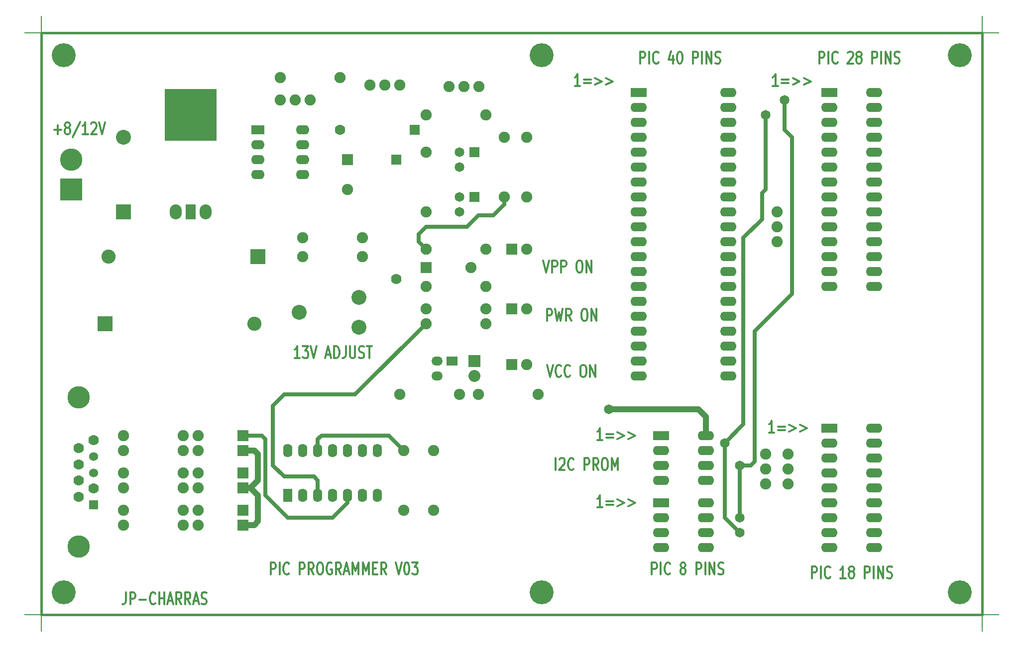
<source format=gtl>
G04 (created by PCBNEW-RS274X (2010-05-05 BZR 2356)-stable) date 28/05/2010 16:52:59*
G01*
G70*
G90*
%MOIN*%
G04 Gerber Fmt 3.4, Leading zero omitted, Abs format*
%FSLAX34Y34*%
G04 APERTURE LIST*
%ADD10C,0.006000*%
%ADD11C,0.012000*%
%ADD12C,0.015000*%
%ADD13R,0.062000X0.090000*%
%ADD14O,0.062000X0.090000*%
%ADD15R,0.110000X0.062000*%
%ADD16O,0.110000X0.062000*%
%ADD17R,0.090000X0.062000*%
%ADD18O,0.090000X0.062000*%
%ADD19R,0.150000X0.150000*%
%ADD20C,0.150000*%
%ADD21C,0.075000*%
%ADD22R,0.075000X0.075000*%
%ADD23C,0.070000*%
%ADD24R,0.070000X0.070000*%
%ADD25C,0.100000*%
%ADD26R,0.100000X0.100000*%
%ADD27R,0.060000X0.060000*%
%ADD28C,0.060000*%
%ADD29R,0.350000X0.350000*%
%ADD30O,0.080000X0.100000*%
%ADD31R,0.070000X0.100000*%
%ADD32C,0.160000*%
%ADD33R,0.110000X0.010000*%
%ADD34R,0.010000X0.110000*%
%ADD35C,0.010000*%
%ADD36R,0.090000X0.010000*%
%ADD37C,0.095000*%
%ADD38R,0.080000X0.080000*%
%ADD39C,0.080000*%
%ADD40R,0.075000X0.060000*%
%ADD41O,0.075000X0.060000*%
%ADD42R,0.065000X0.065000*%
%ADD43C,0.065000*%
%ADD44C,0.025000*%
%ADD45C,0.040000*%
G04 APERTURE END LIST*
G54D10*
G54D11*
X62843Y-38274D02*
X63043Y-39074D01*
X63243Y-38274D01*
X63786Y-38998D02*
X63757Y-39036D01*
X63671Y-39074D01*
X63614Y-39074D01*
X63529Y-39036D01*
X63471Y-38960D01*
X63443Y-38883D01*
X63414Y-38731D01*
X63414Y-38617D01*
X63443Y-38464D01*
X63471Y-38388D01*
X63529Y-38312D01*
X63614Y-38274D01*
X63671Y-38274D01*
X63757Y-38312D01*
X63786Y-38350D01*
X64386Y-38998D02*
X64357Y-39036D01*
X64271Y-39074D01*
X64214Y-39074D01*
X64129Y-39036D01*
X64071Y-38960D01*
X64043Y-38883D01*
X64014Y-38731D01*
X64014Y-38617D01*
X64043Y-38464D01*
X64071Y-38388D01*
X64129Y-38312D01*
X64214Y-38274D01*
X64271Y-38274D01*
X64357Y-38312D01*
X64386Y-38350D01*
X65214Y-38274D02*
X65328Y-38274D01*
X65386Y-38312D01*
X65443Y-38388D01*
X65471Y-38540D01*
X65471Y-38807D01*
X65443Y-38960D01*
X65386Y-39036D01*
X65328Y-39074D01*
X65214Y-39074D01*
X65157Y-39036D01*
X65100Y-38960D01*
X65071Y-38807D01*
X65071Y-38540D01*
X65100Y-38388D01*
X65157Y-38312D01*
X65214Y-38274D01*
X65729Y-39074D02*
X65729Y-38274D01*
X66072Y-39074D01*
X66072Y-38274D01*
X78057Y-42824D02*
X77714Y-42824D01*
X77886Y-42824D02*
X77886Y-42024D01*
X77829Y-42138D01*
X77771Y-42214D01*
X77714Y-42252D01*
X78314Y-42405D02*
X78771Y-42405D01*
X78771Y-42633D02*
X78314Y-42633D01*
X79057Y-42290D02*
X79514Y-42519D01*
X79057Y-42748D01*
X79800Y-42290D02*
X80257Y-42519D01*
X79800Y-42748D01*
X66557Y-47824D02*
X66214Y-47824D01*
X66386Y-47824D02*
X66386Y-47024D01*
X66329Y-47138D01*
X66271Y-47214D01*
X66214Y-47252D01*
X66814Y-47405D02*
X67271Y-47405D01*
X67271Y-47633D02*
X66814Y-47633D01*
X67557Y-47290D02*
X68014Y-47519D01*
X67557Y-47748D01*
X68300Y-47290D02*
X68757Y-47519D01*
X68300Y-47748D01*
X66557Y-43324D02*
X66214Y-43324D01*
X66386Y-43324D02*
X66386Y-42524D01*
X66329Y-42638D01*
X66271Y-42714D01*
X66214Y-42752D01*
X66814Y-42905D02*
X67271Y-42905D01*
X67271Y-43133D02*
X66814Y-43133D01*
X67557Y-42790D02*
X68014Y-43019D01*
X67557Y-43248D01*
X68300Y-42790D02*
X68757Y-43019D01*
X68300Y-43248D01*
X78307Y-19574D02*
X77964Y-19574D01*
X78136Y-19574D02*
X78136Y-18774D01*
X78079Y-18888D01*
X78021Y-18964D01*
X77964Y-19002D01*
X78564Y-19155D02*
X79021Y-19155D01*
X79021Y-19383D02*
X78564Y-19383D01*
X79307Y-19040D02*
X79764Y-19269D01*
X79307Y-19498D01*
X80050Y-19040D02*
X80507Y-19269D01*
X80050Y-19498D01*
X65057Y-19574D02*
X64714Y-19574D01*
X64886Y-19574D02*
X64886Y-18774D01*
X64829Y-18888D01*
X64771Y-18964D01*
X64714Y-19002D01*
X65314Y-19155D02*
X65771Y-19155D01*
X65771Y-19383D02*
X65314Y-19383D01*
X66057Y-19040D02*
X66514Y-19269D01*
X66057Y-19498D01*
X66800Y-19040D02*
X67257Y-19269D01*
X66800Y-19498D01*
X34650Y-53524D02*
X34650Y-54095D01*
X34622Y-54210D01*
X34565Y-54286D01*
X34479Y-54324D01*
X34422Y-54324D01*
X34936Y-54324D02*
X34936Y-53524D01*
X35164Y-53524D01*
X35222Y-53562D01*
X35250Y-53600D01*
X35279Y-53676D01*
X35279Y-53790D01*
X35250Y-53867D01*
X35222Y-53905D01*
X35164Y-53943D01*
X34936Y-53943D01*
X35536Y-54019D02*
X35993Y-54019D01*
X36622Y-54248D02*
X36593Y-54286D01*
X36507Y-54324D01*
X36450Y-54324D01*
X36365Y-54286D01*
X36307Y-54210D01*
X36279Y-54133D01*
X36250Y-53981D01*
X36250Y-53867D01*
X36279Y-53714D01*
X36307Y-53638D01*
X36365Y-53562D01*
X36450Y-53524D01*
X36507Y-53524D01*
X36593Y-53562D01*
X36622Y-53600D01*
X36879Y-54324D02*
X36879Y-53524D01*
X36879Y-53905D02*
X37222Y-53905D01*
X37222Y-54324D02*
X37222Y-53524D01*
X37479Y-54095D02*
X37765Y-54095D01*
X37422Y-54324D02*
X37622Y-53524D01*
X37822Y-54324D01*
X38365Y-54324D02*
X38165Y-53943D01*
X38022Y-54324D02*
X38022Y-53524D01*
X38250Y-53524D01*
X38308Y-53562D01*
X38336Y-53600D01*
X38365Y-53676D01*
X38365Y-53790D01*
X38336Y-53867D01*
X38308Y-53905D01*
X38250Y-53943D01*
X38022Y-53943D01*
X38965Y-54324D02*
X38765Y-53943D01*
X38622Y-54324D02*
X38622Y-53524D01*
X38850Y-53524D01*
X38908Y-53562D01*
X38936Y-53600D01*
X38965Y-53676D01*
X38965Y-53790D01*
X38936Y-53867D01*
X38908Y-53905D01*
X38850Y-53943D01*
X38622Y-53943D01*
X39193Y-54095D02*
X39479Y-54095D01*
X39136Y-54324D02*
X39336Y-53524D01*
X39536Y-54324D01*
X39707Y-54286D02*
X39793Y-54324D01*
X39936Y-54324D01*
X39993Y-54286D01*
X40022Y-54248D01*
X40050Y-54171D01*
X40050Y-54095D01*
X40022Y-54019D01*
X39993Y-53981D01*
X39936Y-53943D01*
X39822Y-53905D01*
X39764Y-53867D01*
X39736Y-53829D01*
X39707Y-53752D01*
X39707Y-53676D01*
X39736Y-53600D01*
X39764Y-53562D01*
X39822Y-53524D01*
X39964Y-53524D01*
X40050Y-53562D01*
X46287Y-37824D02*
X45944Y-37824D01*
X46116Y-37824D02*
X46116Y-37024D01*
X46059Y-37138D01*
X46001Y-37214D01*
X45944Y-37252D01*
X46487Y-37024D02*
X46858Y-37024D01*
X46658Y-37329D01*
X46744Y-37329D01*
X46801Y-37367D01*
X46830Y-37405D01*
X46858Y-37481D01*
X46858Y-37671D01*
X46830Y-37748D01*
X46801Y-37786D01*
X46744Y-37824D01*
X46572Y-37824D01*
X46515Y-37786D01*
X46487Y-37748D01*
X47029Y-37024D02*
X47229Y-37824D01*
X47429Y-37024D01*
X48057Y-37595D02*
X48343Y-37595D01*
X48000Y-37824D02*
X48200Y-37024D01*
X48400Y-37824D01*
X48600Y-37824D02*
X48600Y-37024D01*
X48743Y-37024D01*
X48828Y-37062D01*
X48886Y-37138D01*
X48914Y-37214D01*
X48943Y-37367D01*
X48943Y-37481D01*
X48914Y-37633D01*
X48886Y-37710D01*
X48828Y-37786D01*
X48743Y-37824D01*
X48600Y-37824D01*
X49371Y-37024D02*
X49371Y-37595D01*
X49343Y-37710D01*
X49286Y-37786D01*
X49200Y-37824D01*
X49143Y-37824D01*
X49657Y-37024D02*
X49657Y-37671D01*
X49685Y-37748D01*
X49714Y-37786D01*
X49771Y-37824D01*
X49885Y-37824D01*
X49943Y-37786D01*
X49971Y-37748D01*
X50000Y-37671D01*
X50000Y-37024D01*
X50257Y-37786D02*
X50343Y-37824D01*
X50486Y-37824D01*
X50543Y-37786D01*
X50572Y-37748D01*
X50600Y-37671D01*
X50600Y-37595D01*
X50572Y-37519D01*
X50543Y-37481D01*
X50486Y-37443D01*
X50372Y-37405D01*
X50314Y-37367D01*
X50286Y-37329D01*
X50257Y-37252D01*
X50257Y-37176D01*
X50286Y-37100D01*
X50314Y-37062D01*
X50372Y-37024D01*
X50514Y-37024D01*
X50600Y-37062D01*
X50771Y-37024D02*
X51114Y-37024D01*
X50943Y-37824D02*
X50943Y-37024D01*
X69079Y-18074D02*
X69079Y-17274D01*
X69307Y-17274D01*
X69365Y-17312D01*
X69393Y-17350D01*
X69422Y-17426D01*
X69422Y-17540D01*
X69393Y-17617D01*
X69365Y-17655D01*
X69307Y-17693D01*
X69079Y-17693D01*
X69679Y-18074D02*
X69679Y-17274D01*
X70308Y-17998D02*
X70279Y-18036D01*
X70193Y-18074D01*
X70136Y-18074D01*
X70051Y-18036D01*
X69993Y-17960D01*
X69965Y-17883D01*
X69936Y-17731D01*
X69936Y-17617D01*
X69965Y-17464D01*
X69993Y-17388D01*
X70051Y-17312D01*
X70136Y-17274D01*
X70193Y-17274D01*
X70279Y-17312D01*
X70308Y-17350D01*
X71279Y-17540D02*
X71279Y-18074D01*
X71136Y-17236D02*
X70993Y-17807D01*
X71365Y-17807D01*
X71707Y-17274D02*
X71764Y-17274D01*
X71821Y-17312D01*
X71850Y-17350D01*
X71879Y-17426D01*
X71907Y-17579D01*
X71907Y-17769D01*
X71879Y-17921D01*
X71850Y-17998D01*
X71821Y-18036D01*
X71764Y-18074D01*
X71707Y-18074D01*
X71650Y-18036D01*
X71621Y-17998D01*
X71593Y-17921D01*
X71564Y-17769D01*
X71564Y-17579D01*
X71593Y-17426D01*
X71621Y-17350D01*
X71650Y-17312D01*
X71707Y-17274D01*
X72621Y-18074D02*
X72621Y-17274D01*
X72849Y-17274D01*
X72907Y-17312D01*
X72935Y-17350D01*
X72964Y-17426D01*
X72964Y-17540D01*
X72935Y-17617D01*
X72907Y-17655D01*
X72849Y-17693D01*
X72621Y-17693D01*
X73221Y-18074D02*
X73221Y-17274D01*
X73507Y-18074D02*
X73507Y-17274D01*
X73850Y-18074D01*
X73850Y-17274D01*
X74107Y-18036D02*
X74193Y-18074D01*
X74336Y-18074D01*
X74393Y-18036D01*
X74422Y-17998D01*
X74450Y-17921D01*
X74450Y-17845D01*
X74422Y-17769D01*
X74393Y-17731D01*
X74336Y-17693D01*
X74222Y-17655D01*
X74164Y-17617D01*
X74136Y-17579D01*
X74107Y-17502D01*
X74107Y-17426D01*
X74136Y-17350D01*
X74164Y-17312D01*
X74222Y-17274D01*
X74364Y-17274D01*
X74450Y-17312D01*
X81079Y-18074D02*
X81079Y-17274D01*
X81307Y-17274D01*
X81365Y-17312D01*
X81393Y-17350D01*
X81422Y-17426D01*
X81422Y-17540D01*
X81393Y-17617D01*
X81365Y-17655D01*
X81307Y-17693D01*
X81079Y-17693D01*
X81679Y-18074D02*
X81679Y-17274D01*
X82308Y-17998D02*
X82279Y-18036D01*
X82193Y-18074D01*
X82136Y-18074D01*
X82051Y-18036D01*
X81993Y-17960D01*
X81965Y-17883D01*
X81936Y-17731D01*
X81936Y-17617D01*
X81965Y-17464D01*
X81993Y-17388D01*
X82051Y-17312D01*
X82136Y-17274D01*
X82193Y-17274D01*
X82279Y-17312D01*
X82308Y-17350D01*
X82993Y-17350D02*
X83022Y-17312D01*
X83079Y-17274D01*
X83222Y-17274D01*
X83279Y-17312D01*
X83308Y-17350D01*
X83336Y-17426D01*
X83336Y-17502D01*
X83308Y-17617D01*
X82965Y-18074D01*
X83336Y-18074D01*
X83679Y-17617D02*
X83621Y-17579D01*
X83593Y-17540D01*
X83564Y-17464D01*
X83564Y-17426D01*
X83593Y-17350D01*
X83621Y-17312D01*
X83679Y-17274D01*
X83793Y-17274D01*
X83850Y-17312D01*
X83879Y-17350D01*
X83907Y-17426D01*
X83907Y-17464D01*
X83879Y-17540D01*
X83850Y-17579D01*
X83793Y-17617D01*
X83679Y-17617D01*
X83621Y-17655D01*
X83593Y-17693D01*
X83564Y-17769D01*
X83564Y-17921D01*
X83593Y-17998D01*
X83621Y-18036D01*
X83679Y-18074D01*
X83793Y-18074D01*
X83850Y-18036D01*
X83879Y-17998D01*
X83907Y-17921D01*
X83907Y-17769D01*
X83879Y-17693D01*
X83850Y-17655D01*
X83793Y-17617D01*
X84621Y-18074D02*
X84621Y-17274D01*
X84849Y-17274D01*
X84907Y-17312D01*
X84935Y-17350D01*
X84964Y-17426D01*
X84964Y-17540D01*
X84935Y-17617D01*
X84907Y-17655D01*
X84849Y-17693D01*
X84621Y-17693D01*
X85221Y-18074D02*
X85221Y-17274D01*
X85507Y-18074D02*
X85507Y-17274D01*
X85850Y-18074D01*
X85850Y-17274D01*
X86107Y-18036D02*
X86193Y-18074D01*
X86336Y-18074D01*
X86393Y-18036D01*
X86422Y-17998D01*
X86450Y-17921D01*
X86450Y-17845D01*
X86422Y-17769D01*
X86393Y-17731D01*
X86336Y-17693D01*
X86222Y-17655D01*
X86164Y-17617D01*
X86136Y-17579D01*
X86107Y-17502D01*
X86107Y-17426D01*
X86136Y-17350D01*
X86164Y-17312D01*
X86222Y-17274D01*
X86364Y-17274D01*
X86450Y-17312D01*
X80579Y-52574D02*
X80579Y-51774D01*
X80807Y-51774D01*
X80865Y-51812D01*
X80893Y-51850D01*
X80922Y-51926D01*
X80922Y-52040D01*
X80893Y-52117D01*
X80865Y-52155D01*
X80807Y-52193D01*
X80579Y-52193D01*
X81179Y-52574D02*
X81179Y-51774D01*
X81808Y-52498D02*
X81779Y-52536D01*
X81693Y-52574D01*
X81636Y-52574D01*
X81551Y-52536D01*
X81493Y-52460D01*
X81465Y-52383D01*
X81436Y-52231D01*
X81436Y-52117D01*
X81465Y-51964D01*
X81493Y-51888D01*
X81551Y-51812D01*
X81636Y-51774D01*
X81693Y-51774D01*
X81779Y-51812D01*
X81808Y-51850D01*
X82836Y-52574D02*
X82493Y-52574D01*
X82665Y-52574D02*
X82665Y-51774D01*
X82608Y-51888D01*
X82550Y-51964D01*
X82493Y-52002D01*
X83179Y-52117D02*
X83121Y-52079D01*
X83093Y-52040D01*
X83064Y-51964D01*
X83064Y-51926D01*
X83093Y-51850D01*
X83121Y-51812D01*
X83179Y-51774D01*
X83293Y-51774D01*
X83350Y-51812D01*
X83379Y-51850D01*
X83407Y-51926D01*
X83407Y-51964D01*
X83379Y-52040D01*
X83350Y-52079D01*
X83293Y-52117D01*
X83179Y-52117D01*
X83121Y-52155D01*
X83093Y-52193D01*
X83064Y-52269D01*
X83064Y-52421D01*
X83093Y-52498D01*
X83121Y-52536D01*
X83179Y-52574D01*
X83293Y-52574D01*
X83350Y-52536D01*
X83379Y-52498D01*
X83407Y-52421D01*
X83407Y-52269D01*
X83379Y-52193D01*
X83350Y-52155D01*
X83293Y-52117D01*
X84121Y-52574D02*
X84121Y-51774D01*
X84349Y-51774D01*
X84407Y-51812D01*
X84435Y-51850D01*
X84464Y-51926D01*
X84464Y-52040D01*
X84435Y-52117D01*
X84407Y-52155D01*
X84349Y-52193D01*
X84121Y-52193D01*
X84721Y-52574D02*
X84721Y-51774D01*
X85007Y-52574D02*
X85007Y-51774D01*
X85350Y-52574D01*
X85350Y-51774D01*
X85607Y-52536D02*
X85693Y-52574D01*
X85836Y-52574D01*
X85893Y-52536D01*
X85922Y-52498D01*
X85950Y-52421D01*
X85950Y-52345D01*
X85922Y-52269D01*
X85893Y-52231D01*
X85836Y-52193D01*
X85722Y-52155D01*
X85664Y-52117D01*
X85636Y-52079D01*
X85607Y-52002D01*
X85607Y-51926D01*
X85636Y-51850D01*
X85664Y-51812D01*
X85722Y-51774D01*
X85864Y-51774D01*
X85950Y-51812D01*
X63429Y-45324D02*
X63429Y-44524D01*
X63686Y-44600D02*
X63715Y-44562D01*
X63772Y-44524D01*
X63915Y-44524D01*
X63972Y-44562D01*
X64001Y-44600D01*
X64029Y-44676D01*
X64029Y-44752D01*
X64001Y-44867D01*
X63658Y-45324D01*
X64029Y-45324D01*
X64629Y-45248D02*
X64600Y-45286D01*
X64514Y-45324D01*
X64457Y-45324D01*
X64372Y-45286D01*
X64314Y-45210D01*
X64286Y-45133D01*
X64257Y-44981D01*
X64257Y-44867D01*
X64286Y-44714D01*
X64314Y-44638D01*
X64372Y-44562D01*
X64457Y-44524D01*
X64514Y-44524D01*
X64600Y-44562D01*
X64629Y-44600D01*
X65343Y-45324D02*
X65343Y-44524D01*
X65571Y-44524D01*
X65629Y-44562D01*
X65657Y-44600D01*
X65686Y-44676D01*
X65686Y-44790D01*
X65657Y-44867D01*
X65629Y-44905D01*
X65571Y-44943D01*
X65343Y-44943D01*
X66286Y-45324D02*
X66086Y-44943D01*
X65943Y-45324D02*
X65943Y-44524D01*
X66171Y-44524D01*
X66229Y-44562D01*
X66257Y-44600D01*
X66286Y-44676D01*
X66286Y-44790D01*
X66257Y-44867D01*
X66229Y-44905D01*
X66171Y-44943D01*
X65943Y-44943D01*
X66657Y-44524D02*
X66771Y-44524D01*
X66829Y-44562D01*
X66886Y-44638D01*
X66914Y-44790D01*
X66914Y-45057D01*
X66886Y-45210D01*
X66829Y-45286D01*
X66771Y-45324D01*
X66657Y-45324D01*
X66600Y-45286D01*
X66543Y-45210D01*
X66514Y-45057D01*
X66514Y-44790D01*
X66543Y-44638D01*
X66600Y-44562D01*
X66657Y-44524D01*
X67172Y-45324D02*
X67172Y-44524D01*
X67372Y-45095D01*
X67572Y-44524D01*
X67572Y-45324D01*
X69865Y-52324D02*
X69865Y-51524D01*
X70093Y-51524D01*
X70151Y-51562D01*
X70179Y-51600D01*
X70208Y-51676D01*
X70208Y-51790D01*
X70179Y-51867D01*
X70151Y-51905D01*
X70093Y-51943D01*
X69865Y-51943D01*
X70465Y-52324D02*
X70465Y-51524D01*
X71094Y-52248D02*
X71065Y-52286D01*
X70979Y-52324D01*
X70922Y-52324D01*
X70837Y-52286D01*
X70779Y-52210D01*
X70751Y-52133D01*
X70722Y-51981D01*
X70722Y-51867D01*
X70751Y-51714D01*
X70779Y-51638D01*
X70837Y-51562D01*
X70922Y-51524D01*
X70979Y-51524D01*
X71065Y-51562D01*
X71094Y-51600D01*
X71894Y-51867D02*
X71836Y-51829D01*
X71808Y-51790D01*
X71779Y-51714D01*
X71779Y-51676D01*
X71808Y-51600D01*
X71836Y-51562D01*
X71894Y-51524D01*
X72008Y-51524D01*
X72065Y-51562D01*
X72094Y-51600D01*
X72122Y-51676D01*
X72122Y-51714D01*
X72094Y-51790D01*
X72065Y-51829D01*
X72008Y-51867D01*
X71894Y-51867D01*
X71836Y-51905D01*
X71808Y-51943D01*
X71779Y-52019D01*
X71779Y-52171D01*
X71808Y-52248D01*
X71836Y-52286D01*
X71894Y-52324D01*
X72008Y-52324D01*
X72065Y-52286D01*
X72094Y-52248D01*
X72122Y-52171D01*
X72122Y-52019D01*
X72094Y-51943D01*
X72065Y-51905D01*
X72008Y-51867D01*
X72836Y-52324D02*
X72836Y-51524D01*
X73064Y-51524D01*
X73122Y-51562D01*
X73150Y-51600D01*
X73179Y-51676D01*
X73179Y-51790D01*
X73150Y-51867D01*
X73122Y-51905D01*
X73064Y-51943D01*
X72836Y-51943D01*
X73436Y-52324D02*
X73436Y-51524D01*
X73722Y-52324D02*
X73722Y-51524D01*
X74065Y-52324D01*
X74065Y-51524D01*
X74322Y-52286D02*
X74408Y-52324D01*
X74551Y-52324D01*
X74608Y-52286D01*
X74637Y-52248D01*
X74665Y-52171D01*
X74665Y-52095D01*
X74637Y-52019D01*
X74608Y-51981D01*
X74551Y-51943D01*
X74437Y-51905D01*
X74379Y-51867D01*
X74351Y-51829D01*
X74322Y-51752D01*
X74322Y-51676D01*
X74351Y-51600D01*
X74379Y-51562D01*
X74437Y-51524D01*
X74579Y-51524D01*
X74665Y-51562D01*
X62843Y-35324D02*
X62843Y-34524D01*
X63071Y-34524D01*
X63129Y-34562D01*
X63157Y-34600D01*
X63186Y-34676D01*
X63186Y-34790D01*
X63157Y-34867D01*
X63129Y-34905D01*
X63071Y-34943D01*
X62843Y-34943D01*
X63386Y-34524D02*
X63529Y-35324D01*
X63643Y-34752D01*
X63757Y-35324D01*
X63900Y-34524D01*
X64472Y-35324D02*
X64272Y-34943D01*
X64129Y-35324D02*
X64129Y-34524D01*
X64357Y-34524D01*
X64415Y-34562D01*
X64443Y-34600D01*
X64472Y-34676D01*
X64472Y-34790D01*
X64443Y-34867D01*
X64415Y-34905D01*
X64357Y-34943D01*
X64129Y-34943D01*
X65300Y-34524D02*
X65414Y-34524D01*
X65472Y-34562D01*
X65529Y-34638D01*
X65557Y-34790D01*
X65557Y-35057D01*
X65529Y-35210D01*
X65472Y-35286D01*
X65414Y-35324D01*
X65300Y-35324D01*
X65243Y-35286D01*
X65186Y-35210D01*
X65157Y-35057D01*
X65157Y-34790D01*
X65186Y-34638D01*
X65243Y-34562D01*
X65300Y-34524D01*
X65815Y-35324D02*
X65815Y-34524D01*
X66158Y-35324D01*
X66158Y-34524D01*
X62593Y-31274D02*
X62793Y-32074D01*
X62993Y-31274D01*
X63193Y-32074D02*
X63193Y-31274D01*
X63421Y-31274D01*
X63479Y-31312D01*
X63507Y-31350D01*
X63536Y-31426D01*
X63536Y-31540D01*
X63507Y-31617D01*
X63479Y-31655D01*
X63421Y-31693D01*
X63193Y-31693D01*
X63793Y-32074D02*
X63793Y-31274D01*
X64021Y-31274D01*
X64079Y-31312D01*
X64107Y-31350D01*
X64136Y-31426D01*
X64136Y-31540D01*
X64107Y-31617D01*
X64079Y-31655D01*
X64021Y-31693D01*
X63793Y-31693D01*
X64964Y-31274D02*
X65078Y-31274D01*
X65136Y-31312D01*
X65193Y-31388D01*
X65221Y-31540D01*
X65221Y-31807D01*
X65193Y-31960D01*
X65136Y-32036D01*
X65078Y-32074D01*
X64964Y-32074D01*
X64907Y-32036D01*
X64850Y-31960D01*
X64821Y-31807D01*
X64821Y-31540D01*
X64850Y-31388D01*
X64907Y-31312D01*
X64964Y-31274D01*
X65479Y-32074D02*
X65479Y-31274D01*
X65822Y-32074D01*
X65822Y-31274D01*
X29844Y-22519D02*
X30301Y-22519D01*
X30072Y-22824D02*
X30072Y-22214D01*
X30673Y-22367D02*
X30615Y-22329D01*
X30587Y-22290D01*
X30558Y-22214D01*
X30558Y-22176D01*
X30587Y-22100D01*
X30615Y-22062D01*
X30673Y-22024D01*
X30787Y-22024D01*
X30844Y-22062D01*
X30873Y-22100D01*
X30901Y-22176D01*
X30901Y-22214D01*
X30873Y-22290D01*
X30844Y-22329D01*
X30787Y-22367D01*
X30673Y-22367D01*
X30615Y-22405D01*
X30587Y-22443D01*
X30558Y-22519D01*
X30558Y-22671D01*
X30587Y-22748D01*
X30615Y-22786D01*
X30673Y-22824D01*
X30787Y-22824D01*
X30844Y-22786D01*
X30873Y-22748D01*
X30901Y-22671D01*
X30901Y-22519D01*
X30873Y-22443D01*
X30844Y-22405D01*
X30787Y-22367D01*
X31586Y-21986D02*
X31072Y-23014D01*
X32101Y-22824D02*
X31758Y-22824D01*
X31930Y-22824D02*
X31930Y-22024D01*
X31873Y-22138D01*
X31815Y-22214D01*
X31758Y-22252D01*
X32329Y-22100D02*
X32358Y-22062D01*
X32415Y-22024D01*
X32558Y-22024D01*
X32615Y-22062D01*
X32644Y-22100D01*
X32672Y-22176D01*
X32672Y-22252D01*
X32644Y-22367D01*
X32301Y-22824D01*
X32672Y-22824D01*
X32843Y-22024D02*
X33043Y-22824D01*
X33243Y-22024D01*
X44336Y-52324D02*
X44336Y-51524D01*
X44564Y-51524D01*
X44622Y-51562D01*
X44650Y-51600D01*
X44679Y-51676D01*
X44679Y-51790D01*
X44650Y-51867D01*
X44622Y-51905D01*
X44564Y-51943D01*
X44336Y-51943D01*
X44936Y-52324D02*
X44936Y-51524D01*
X45565Y-52248D02*
X45536Y-52286D01*
X45450Y-52324D01*
X45393Y-52324D01*
X45308Y-52286D01*
X45250Y-52210D01*
X45222Y-52133D01*
X45193Y-51981D01*
X45193Y-51867D01*
X45222Y-51714D01*
X45250Y-51638D01*
X45308Y-51562D01*
X45393Y-51524D01*
X45450Y-51524D01*
X45536Y-51562D01*
X45565Y-51600D01*
X46279Y-52324D02*
X46279Y-51524D01*
X46507Y-51524D01*
X46565Y-51562D01*
X46593Y-51600D01*
X46622Y-51676D01*
X46622Y-51790D01*
X46593Y-51867D01*
X46565Y-51905D01*
X46507Y-51943D01*
X46279Y-51943D01*
X47222Y-52324D02*
X47022Y-51943D01*
X46879Y-52324D02*
X46879Y-51524D01*
X47107Y-51524D01*
X47165Y-51562D01*
X47193Y-51600D01*
X47222Y-51676D01*
X47222Y-51790D01*
X47193Y-51867D01*
X47165Y-51905D01*
X47107Y-51943D01*
X46879Y-51943D01*
X47593Y-51524D02*
X47707Y-51524D01*
X47765Y-51562D01*
X47822Y-51638D01*
X47850Y-51790D01*
X47850Y-52057D01*
X47822Y-52210D01*
X47765Y-52286D01*
X47707Y-52324D01*
X47593Y-52324D01*
X47536Y-52286D01*
X47479Y-52210D01*
X47450Y-52057D01*
X47450Y-51790D01*
X47479Y-51638D01*
X47536Y-51562D01*
X47593Y-51524D01*
X48422Y-51562D02*
X48365Y-51524D01*
X48279Y-51524D01*
X48194Y-51562D01*
X48136Y-51638D01*
X48108Y-51714D01*
X48079Y-51867D01*
X48079Y-51981D01*
X48108Y-52133D01*
X48136Y-52210D01*
X48194Y-52286D01*
X48279Y-52324D01*
X48336Y-52324D01*
X48422Y-52286D01*
X48451Y-52248D01*
X48451Y-51981D01*
X48336Y-51981D01*
X49051Y-52324D02*
X48851Y-51943D01*
X48708Y-52324D02*
X48708Y-51524D01*
X48936Y-51524D01*
X48994Y-51562D01*
X49022Y-51600D01*
X49051Y-51676D01*
X49051Y-51790D01*
X49022Y-51867D01*
X48994Y-51905D01*
X48936Y-51943D01*
X48708Y-51943D01*
X49279Y-52095D02*
X49565Y-52095D01*
X49222Y-52324D02*
X49422Y-51524D01*
X49622Y-52324D01*
X49822Y-52324D02*
X49822Y-51524D01*
X50022Y-52095D01*
X50222Y-51524D01*
X50222Y-52324D01*
X50508Y-52324D02*
X50508Y-51524D01*
X50708Y-52095D01*
X50908Y-51524D01*
X50908Y-52324D01*
X51194Y-51905D02*
X51394Y-51905D01*
X51480Y-52324D02*
X51194Y-52324D01*
X51194Y-51524D01*
X51480Y-51524D01*
X52080Y-52324D02*
X51880Y-51943D01*
X51737Y-52324D02*
X51737Y-51524D01*
X51965Y-51524D01*
X52023Y-51562D01*
X52051Y-51600D01*
X52080Y-51676D01*
X52080Y-51790D01*
X52051Y-51867D01*
X52023Y-51905D01*
X51965Y-51943D01*
X51737Y-51943D01*
X52708Y-51524D02*
X52908Y-52324D01*
X53108Y-51524D01*
X53422Y-51524D02*
X53479Y-51524D01*
X53536Y-51562D01*
X53565Y-51600D01*
X53594Y-51676D01*
X53622Y-51829D01*
X53622Y-52019D01*
X53594Y-52171D01*
X53565Y-52248D01*
X53536Y-52286D01*
X53479Y-52324D01*
X53422Y-52324D01*
X53365Y-52286D01*
X53336Y-52248D01*
X53308Y-52171D01*
X53279Y-52019D01*
X53279Y-51829D01*
X53308Y-51676D01*
X53336Y-51600D01*
X53365Y-51562D01*
X53422Y-51524D01*
X53822Y-51524D02*
X54193Y-51524D01*
X53993Y-51829D01*
X54079Y-51829D01*
X54136Y-51867D01*
X54165Y-51905D01*
X54193Y-51981D01*
X54193Y-52171D01*
X54165Y-52248D01*
X54136Y-52286D01*
X54079Y-52324D01*
X53907Y-52324D01*
X53850Y-52286D01*
X53822Y-52248D01*
G54D12*
X29000Y-55000D02*
X29000Y-16000D01*
X92000Y-55000D02*
X29000Y-55000D01*
X92000Y-16000D02*
X92000Y-55000D01*
X68500Y-16000D02*
X92000Y-16000D01*
X29000Y-16000D02*
X68500Y-16000D01*
G54D13*
X45500Y-47000D03*
G54D14*
X46500Y-47000D03*
X47500Y-47000D03*
X48500Y-47000D03*
X49500Y-47000D03*
X50500Y-47000D03*
X51500Y-47000D03*
X51500Y-44000D03*
X50500Y-44000D03*
X49500Y-44000D03*
X48500Y-44000D03*
X47500Y-44000D03*
X46500Y-44000D03*
X45500Y-44000D03*
G54D15*
X81750Y-42500D03*
G54D16*
X81750Y-43500D03*
X81750Y-44500D03*
X81750Y-45500D03*
X81750Y-46500D03*
X81750Y-47500D03*
X81750Y-48500D03*
X81750Y-49500D03*
X81750Y-50500D03*
X84750Y-50500D03*
X84750Y-49500D03*
X84750Y-48500D03*
X84750Y-47500D03*
X84750Y-46500D03*
X84750Y-45500D03*
X84750Y-44500D03*
X84750Y-43500D03*
X84750Y-42500D03*
G54D15*
X70500Y-43000D03*
G54D16*
X70500Y-44000D03*
X70500Y-45000D03*
X70500Y-46000D03*
X73500Y-46000D03*
X73500Y-45000D03*
X73500Y-44000D03*
X73500Y-43000D03*
G54D17*
X43500Y-22500D03*
G54D18*
X43500Y-23500D03*
X43500Y-24500D03*
X43500Y-25500D03*
X46500Y-25500D03*
X46500Y-24500D03*
X46500Y-23500D03*
X46500Y-22500D03*
G54D15*
X70500Y-47500D03*
G54D16*
X70500Y-48500D03*
X70500Y-49500D03*
X70500Y-50500D03*
X73500Y-50500D03*
X73500Y-49500D03*
X73500Y-48500D03*
X73500Y-47500D03*
G54D19*
X31000Y-26500D03*
G54D20*
X31000Y-24500D03*
G54D21*
X45000Y-20500D03*
X47000Y-20500D03*
X46000Y-20500D03*
X51000Y-19500D03*
X53000Y-19500D03*
X52000Y-19500D03*
G54D22*
X42500Y-45500D03*
G54D21*
X39500Y-45500D03*
G54D22*
X42500Y-46500D03*
G54D21*
X39500Y-46500D03*
G54D22*
X42500Y-48000D03*
G54D21*
X39500Y-48000D03*
G54D22*
X42500Y-44000D03*
G54D21*
X39500Y-44000D03*
G54D22*
X42500Y-43000D03*
G54D21*
X39500Y-43000D03*
G54D22*
X42500Y-49000D03*
G54D21*
X39500Y-49000D03*
G54D23*
X49000Y-22500D03*
G54D24*
X54000Y-22500D03*
G54D25*
X34500Y-23000D03*
G54D26*
X34500Y-28000D03*
G54D20*
X31500Y-40450D03*
X31500Y-50450D03*
G54D27*
X32500Y-47650D03*
G54D23*
X32500Y-46550D03*
G54D28*
X32500Y-45500D03*
X32500Y-44400D03*
G54D23*
X32500Y-43300D03*
X31500Y-47100D03*
X31500Y-46000D03*
X31500Y-44950D03*
X31500Y-43850D03*
G54D22*
X60500Y-34500D03*
G54D21*
X61500Y-34500D03*
G54D22*
X60500Y-30500D03*
G54D21*
X61500Y-30500D03*
G54D29*
X39000Y-21500D03*
G54D30*
X38000Y-28000D03*
G54D31*
X39000Y-28000D03*
G54D30*
X40000Y-28000D03*
G54D21*
X54750Y-28000D03*
X54750Y-24000D03*
X45000Y-19000D03*
X49000Y-19000D03*
X55250Y-44000D03*
X55250Y-48000D03*
X54750Y-34500D03*
X58750Y-34500D03*
X46500Y-31000D03*
X50500Y-31000D03*
X34500Y-45500D03*
X38500Y-45500D03*
X34500Y-44000D03*
X38500Y-44000D03*
X34500Y-43000D03*
X38500Y-43000D03*
X34500Y-49000D03*
X38500Y-49000D03*
X34500Y-48000D03*
X38500Y-48000D03*
X54750Y-21500D03*
X58750Y-21500D03*
X54750Y-35500D03*
X58750Y-35500D03*
X46500Y-29750D03*
X50500Y-29750D03*
X61500Y-23000D03*
X61500Y-27000D03*
X53250Y-48000D03*
X53250Y-44000D03*
X54750Y-30500D03*
X58750Y-30500D03*
X34500Y-46500D03*
X38500Y-46500D03*
G54D32*
X90500Y-17500D03*
X90500Y-53500D03*
X30500Y-17500D03*
X30500Y-53500D03*
X62500Y-53500D03*
X62500Y-17500D03*
G54D21*
X77500Y-44250D03*
X77500Y-46250D03*
X77500Y-45250D03*
X78250Y-28000D03*
X78250Y-30000D03*
X78250Y-29000D03*
G54D33*
X91400Y-16000D03*
G54D34*
X92000Y-15400D03*
G54D35*
X92000Y-16000D03*
G54D36*
X91400Y-16000D03*
G54D34*
X92000Y-16600D03*
G54D33*
X92600Y-16000D03*
X28400Y-16000D03*
G54D34*
X29000Y-15400D03*
G54D35*
X29000Y-16000D03*
G54D36*
X28400Y-16000D03*
G54D34*
X29000Y-16600D03*
G54D33*
X29600Y-16000D03*
X28400Y-55000D03*
G54D34*
X29000Y-54400D03*
G54D35*
X29000Y-55000D03*
G54D36*
X28400Y-55000D03*
G54D34*
X29000Y-55600D03*
G54D33*
X29600Y-55000D03*
X91400Y-55000D03*
G54D34*
X92000Y-54400D03*
G54D35*
X92000Y-55000D03*
G54D36*
X91400Y-55000D03*
G54D34*
X92000Y-55600D03*
G54D33*
X92600Y-55000D03*
G54D24*
X52750Y-24500D03*
G54D23*
X52750Y-32500D03*
G54D37*
X33500Y-31000D03*
G54D26*
X43500Y-31000D03*
G54D37*
X43250Y-35500D03*
G54D26*
X33250Y-35500D03*
G54D16*
X81750Y-21000D03*
X81750Y-22000D03*
X81750Y-23000D03*
X81750Y-24000D03*
X81750Y-25000D03*
X81750Y-26000D03*
X81750Y-27000D03*
X81750Y-28000D03*
X81750Y-29000D03*
X81750Y-30000D03*
X81750Y-31000D03*
X81750Y-32000D03*
X81750Y-33000D03*
G54D15*
X81750Y-20000D03*
G54D16*
X84750Y-33000D03*
X84750Y-32000D03*
X84750Y-31000D03*
X84750Y-30000D03*
X84750Y-29000D03*
X84750Y-28000D03*
X84750Y-27000D03*
X84750Y-26000D03*
X84750Y-25000D03*
X84750Y-24000D03*
X84750Y-23000D03*
X84750Y-22000D03*
X84750Y-21000D03*
X84750Y-20000D03*
G54D21*
X60000Y-27000D03*
X60000Y-23000D03*
G54D22*
X49500Y-24500D03*
G54D21*
X49500Y-26500D03*
G54D25*
X50250Y-35750D03*
X46250Y-34750D03*
X50250Y-33750D03*
G54D15*
X69000Y-20000D03*
G54D16*
X69000Y-21000D03*
X69000Y-22000D03*
X69000Y-23000D03*
X69000Y-24000D03*
X69000Y-25000D03*
X69000Y-26000D03*
X69000Y-27000D03*
X69000Y-28000D03*
X69000Y-29000D03*
X69000Y-30000D03*
X69000Y-31000D03*
X69000Y-32000D03*
X69000Y-33000D03*
X69000Y-34000D03*
X69000Y-35000D03*
X69000Y-36000D03*
X69000Y-37000D03*
X69000Y-38000D03*
X69000Y-39000D03*
X75000Y-39000D03*
X75000Y-38000D03*
X75000Y-37000D03*
X75000Y-36000D03*
X75000Y-35000D03*
X75000Y-34000D03*
X75000Y-33000D03*
X75000Y-32000D03*
X75000Y-31000D03*
X75000Y-30000D03*
X75000Y-29000D03*
X75000Y-28000D03*
X75000Y-27000D03*
X75000Y-26000D03*
X75000Y-25000D03*
X75000Y-24000D03*
X75000Y-23000D03*
X75000Y-22000D03*
X75000Y-21000D03*
X75000Y-20000D03*
G54D22*
X54750Y-31750D03*
G54D21*
X57750Y-31750D03*
G54D38*
X58000Y-38000D03*
G54D39*
X58000Y-39000D03*
G54D21*
X58750Y-33000D03*
X54750Y-33000D03*
X57000Y-40250D03*
X53000Y-40250D03*
X62250Y-40250D03*
X58250Y-40250D03*
G54D40*
X56500Y-38000D03*
G54D41*
X55500Y-38000D03*
X55500Y-39000D03*
G54D22*
X60500Y-38250D03*
G54D21*
X61500Y-38250D03*
X79000Y-44250D03*
X79000Y-46250D03*
X79000Y-45250D03*
G54D42*
X58000Y-27000D03*
G54D43*
X57000Y-27000D03*
X57000Y-28000D03*
G54D42*
X58000Y-24000D03*
G54D43*
X57000Y-24000D03*
X57000Y-25000D03*
G54D21*
X56300Y-19600D03*
X58300Y-19600D03*
X57300Y-19600D03*
G54D43*
X75750Y-49500D03*
X77500Y-21500D03*
X74750Y-43500D03*
X75750Y-45000D03*
X75750Y-48500D03*
X78750Y-20500D03*
X67000Y-41250D03*
G54D44*
X76000Y-42250D02*
X76000Y-29750D01*
X77500Y-26500D02*
X77500Y-21500D01*
X74750Y-48500D02*
X75750Y-49500D01*
X76000Y-29750D02*
X77250Y-28500D01*
X76000Y-42250D02*
X74750Y-43500D01*
X77250Y-26750D02*
X77500Y-26500D01*
X74750Y-43500D02*
X74750Y-48500D01*
X77250Y-28500D02*
X77250Y-26750D01*
X76500Y-45000D02*
X75750Y-45000D01*
X78750Y-22500D02*
X79250Y-23000D01*
X79250Y-23000D02*
X79250Y-33500D01*
X79250Y-33500D02*
X76750Y-36000D01*
X52250Y-43000D02*
X53250Y-44000D01*
X75750Y-45000D02*
X75750Y-48500D01*
X78750Y-22500D02*
X78750Y-20500D01*
X76750Y-44750D02*
X76500Y-45000D01*
X76750Y-36000D02*
X76750Y-44750D01*
X47750Y-43000D02*
X52250Y-43000D01*
X47500Y-44000D02*
X47500Y-43250D01*
X47500Y-43250D02*
X47750Y-43000D01*
X47250Y-45750D02*
X47500Y-46000D01*
X45250Y-40250D02*
X50000Y-40250D01*
X50000Y-40250D02*
X54750Y-35500D01*
X44500Y-41000D02*
X44500Y-45000D01*
X45250Y-45750D02*
X47250Y-45750D01*
X47500Y-46000D02*
X47500Y-47000D01*
X45250Y-40250D02*
X44500Y-41000D01*
X44500Y-45000D02*
X45250Y-45750D01*
X49500Y-47500D02*
X49500Y-47000D01*
X44000Y-43250D02*
X44000Y-47000D01*
X42500Y-43000D02*
X43750Y-43000D01*
X48500Y-48500D02*
X49500Y-47500D01*
X44000Y-47000D02*
X45500Y-48500D01*
X43750Y-43000D02*
X44000Y-43250D01*
X45500Y-48500D02*
X48500Y-48500D01*
X54250Y-29500D02*
X54750Y-29000D01*
X60000Y-27000D02*
X60000Y-27500D01*
X57500Y-29000D02*
X58250Y-28250D01*
X54250Y-29500D02*
X54250Y-30000D01*
X59250Y-28250D02*
X60000Y-27500D01*
X54250Y-30000D02*
X54750Y-30500D01*
X54750Y-29000D02*
X57500Y-29000D01*
X58250Y-28250D02*
X59250Y-28250D01*
G54D45*
X43500Y-47000D02*
X43500Y-48750D01*
X43500Y-48750D02*
X43250Y-49000D01*
X42500Y-44000D02*
X43250Y-44000D01*
X43000Y-46500D02*
X42500Y-46500D01*
X43500Y-46000D02*
X43000Y-46500D01*
X43500Y-44250D02*
X43500Y-46000D01*
X43250Y-44000D02*
X43500Y-44250D01*
X43000Y-46500D02*
X43500Y-47000D01*
X43250Y-49000D02*
X42500Y-49000D01*
X67000Y-41250D02*
X73000Y-41250D01*
X73000Y-41250D02*
X73500Y-41750D01*
X73500Y-41750D02*
X73500Y-43000D01*
M02*

</source>
